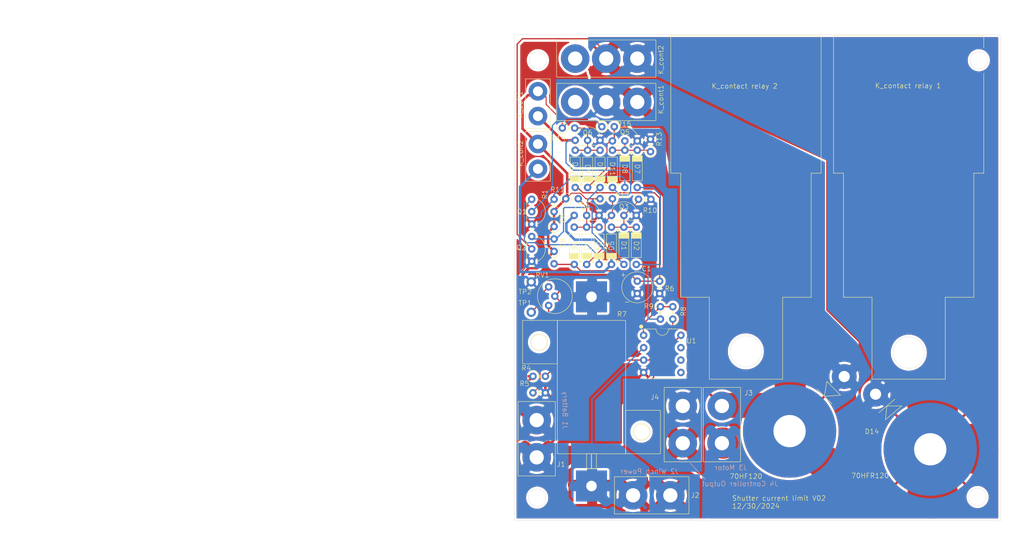
<source format=kicad_pcb>
(kicad_pcb (version 20240108) (generator "pcbnew") (generator_version "8.0")
  (layers (0 "F.Cu" signal) (31 "B.Cu" signal) (34 "B.Paste" user) (35 "F.Paste" user) (36 "B.SilkS" user "B.Silkscreen") (37 "F.SilkS" user "F.Silkscreen") (38 "B.Mask" user) (39 "F.Mask" user) (44 "Edge.Cuts" user))
  (net 0 "")
  (net 1 "Earth")
  (net 2 "POR")
  (net 3 "Net-(D1-K)")
  (net 4 "Net-(D1-A)")
  (net 5 "Net-(D2-A)")
  (net 6 "Net-(D3-A)")
  (net 7 "Net-(D3-K)")
  (net 8 "Net-(D4-K)")
  (net 9 "Net-(D5-K)")
  (net 10 "Net-(D11-A)")
  (net 11 "Net-(D9-K)")
  (net 12 "Net-(D10-A)")
  (net 13 "Net-(D11-K)")
  (net 14 "Net-(D13-K)")
  (net 15 "+12")
  (net 16 "Net-(U1-+)")
  (net 17 "Net-(R5-Pad1)")
  (net 18 "Net-(R4-Pad2)")
  (net 19 "Net-(D14-A)")
  (net 22 "Net-(J2-Neg)")
  (net 23 "Net-(R8-Pad2)")
  (net 24 "K2 NC")
  (net 25 "K1 NC")
  (footprint "Shutter_current_limit_parts:1N4001" (layer "F.Cu") (at 77.8764 90.3962)
    (property "Reference" "D1")
    (property "Value" "1N4001")
  )
  (footprint "Shutter_current_limit_parts:Resistor verticle" (layer "F.Cu") (at 85.1848 97.6352 -90)
    (property "Reference" "R6")
    (property "Value" "100K")
  )
  (footprint "Shutter_current_limit_parts:BS170" (layer "F.Cu") (at 77.8764 84.1732 90)
    (property "Reference" "Q3")
    (property "Value" "BS170")
  )
  (footprint "Shutter_current_limit_parts:LM358" (layer "F.Cu") (at 85.725 112.522)
    (property "Reference" "U1")
    (property "Value" "~")
  )
  (footprint "Shutter_current_limit_parts:Test Point" (layer "F.Cu") (at 58.928 97.79)
    (property "Reference" "TP2")
    (property "Value" "~")
  )
  (footprint "Shutter_current_limit_parts:Resistor verticle" (layer "F.Cu") (at 59.2768 117.1092)
    (property "Reference" "R4")
    (property "Value" "1.8K")
  )
  (footprint "Shutter_current_limit_parts:1N4001" (layer "F.Cu") (at 78.0728 74.6482)
    (property "Reference" "D8")
    (property "Value" "1N4001")
  )
  (footprint "Shutter_current_limit_parts:Resistor verticle" (layer "F.Cu") (at 72.9865 80.772)
    (property "Reference" "R12")
    (property "Value" "10K")
  )
  (footprint "Shutter_current_limit_parts:Conn_01x02_PWR" (layer "F.Cu") (at 89.916 127)
    (property "Reference" "J4")
    (property "Value" "~")
  )
  (footprint "Shutter_current_limit_parts:RLY_Conn_01x03" (layer "F.Cu") (at 74.2628 52.0744 90)
    (property "Reference" "K_cont2")
    (property "Value" "~")
  )
  (footprint "Shutter_current_limit_parts:1N4001" (layer "F.Cu") (at 70.2564 90.3962 180)
    (property "Reference" "D3")
    (property "Value" "1N4001")
  )
  (footprint "Shutter_current_limit_parts:Test Point" (layer "F.Cu") (at 58.928 103.997)
    (property "Reference" "TP1")
    (property "Value" "~")
  )
  (footprint "Shutter_current_limit_parts:Resistor verticle" (layer "F.Cu") (at 85.344 102.87 -90)
    (property "Reference" "R9")
    (property "Value" "10K")
  )
  (footprint "Shutter_current_limit_parts:Resistor verticle" (layer "F.Cu") (at 83.312 71.12 90)
    (property "Reference" "R13")
    (property "Value" "10K")
  )
  (footprint "Shutter_current_limit_parts:1N4001" (layer "F.Cu") (at 67.7164 90.3962 180)
    (property "Reference" "D6")
    (property "Value" "1N4001")
  )
  (footprint "Shutter_current_limit_parts:Resistor_0.10_ohm_25W" (layer "F.Cu") (at 71.247 119.253 90)
    (property "Reference" "R7")
    (property "Value" "0.1 ohm 25W")
  )
  (footprint "Shutter_current_limit_parts:1N4001" (layer "F.Cu") (at 70.4528 74.6482 180)
    (property "Reference" "D9")
    (property "Value" "1N4001")
  )
  (footprint "Shutter_current_limit_parts:1N4001" (layer "F.Cu") (at 80.6128 74.6482)
    (property "Reference" "D7")
    (property "Value" "1N4001")
  )
  (footprint "Shutter_current_limit_parts:Resistor verticle" (layer "F.Cu") (at 87.884 105.41 90)
    (property "Reference" "R8")
    (property "Value" "30K")
  )
  (footprint "Shutter_current_limit_parts:POT" (layer "F.Cu") (at 63.754 100.711)
    (property "Reference" "RV1")
    (property "Value" "100 Ohm")
  )
  (footprint "Shutter_current_limit_parts:BS170" (layer "F.Cu") (at 59.0228 91.0312)
    (property "Reference" "Q2")
    (property "Value" "BS170")
  )
  (footprint "Shutter_current_limit_parts:Resistor verticle" (layer "F.Cu") (at 63.5948 83.4112 90)
    (property "Reference" "R1")
    (property "Value" "10K")
  )
  (footprint "Shutter_current_limit_parts:K_coil" (layer "F.Cu") (at 60.2928 72.1082)
    (property "Reference" "K_coil2")
    (property "Value" "~")
  )
  (footprint "Shutter_current_limit_parts:Resistor verticle" (layer "F.Cu") (at 63.5948 91.5392 -90)
    (property "Reference" "R3")
    (property "Value" "20K")
  )
  (footprint "Shutter_current_limit_parts:1N4001" (layer "F.Cu") (at 67.9128 74.6482 180)
    (property "Reference" "D12")
    (property "Value" "1N4001")
  )
  (footprint "Shutter_current_limit_parts:1N4001" (layer "F.Cu") (at 72.9928 74.6482 180)
    (property "Reference" "D10")
    (property "Value" "1N4001")
  )
  (footprint "Shutter_current_limit_parts:diode_70HFR120" (layer "F.Cu") (at 140.6525 132.08)
    (property "Reference" "D14")
    (property "Value" "70HFR120")
  )
  (footprint "Shutter_current_limit_parts:1N4001" (layer "F.Cu") (at 72.7964 90.3962 180)
    (property "Reference" "D4")
    (property "Value" "1N4001")
  )
  (footprint "Shutter_current_limit_parts:1N4001" (layer "F.Cu") (at 80.4164 90.3962)
    (property "Reference" "D2")
    (property "Value" "1N4001")
  )
  (footprint "Shutter_current_limit_parts:K_coil" (layer "F.Cu") (at 60.2928 61.3132)
    (property "Reference" "K_coil1")
    (property "Value" "~")
  )
  (footprint "Shutter_current_limit_parts:100Uf 35V" (layer "F.Cu") (at 80.6128 98.9052)
    (property "Reference" "C1")
    (property "Value" "100uf")
  )
  (footprint "Shutter_current_limit_parts:Resistor verticle" (layer "F.Cu") (at 66.0015 80.772)
    (property "Reference" "R11")
    (property "Value" "100K")
  )
  (footprint "Shutter_current_limit_parts:Resistor verticle" (layer "F.Cu") (at 65.278 66.294)
    (property "Reference" "R14")
    (property "Value" "100K")
  )
  (footprint "Shutter_current_limit_parts:Resistor verticle" (layer "F.Cu") (at 73.3675 66.0146)
    (property "Reference" "R15")
    (property "Value" "10K")
  )
  (footprint "Shutter_current_limit_parts:BS170" (layer "F.Cu") (at 70.2564 84.1732 90)
    (property "Reference" "Q4")
    (property "Value" "BS170")
  )
  (footprint "Shutter_current_limit_parts:Resistor verticle" (layer "F.Cu") (at 80.8668 80.8712)
    (property "Reference" "R10")
    (property "Value" "10K")
  )
  (footprint "Shutter_current_limit_parts:Conn_01x02_PWR" (layer "F.Cu") (at 60.0388 129.8932 180)
    (property "Reference" "J1")
    (property "Value" "~")
  )
  (footprint "Shutter_current_limit_parts:Conn_01x02_PWR" (layer "F.Cu") (at 83.56 141.478 -90)
    (property "Reference" "J2")
    (property "Value" "~")
  )
  (footprint "Shutter_current_limit_parts:BS170" (layer "F.Cu") (at 78.0728 68.9332 90)
    (property "Reference" "Q5")
    (property "Value" "BS170")
  )
  (footprint "Shutter_current_limit_parts:1N4001" (layer "F.Cu") (at 75.5328 74.6482 180)
    (property "Reference" "D11")
    (property "Value" "1N4001")
  )
  (footprint "Shutter_current_limit_parts:Resistor verticle" (layer "F.Cu") (at 63.5948 86.4592 -90)
    (property "Reference" "R2")
    (property "Value" "10K")
  )
  (footprint "Shutter_current_limit_parts:BS170" (layer "F.Cu") (at 59.0228 83.4112)
    (property "Reference" "Q1")
    (property "Value" "BS170")
  )
  (footprint "Shutter_current_limit_parts:Conn_01x02_PWR" (layer "F.Cu") (at 97.917 127)
    (property "Reference" "J3")
    (property "Value" "~")
  )
  (footprint "Shutter_current_limit_parts:BS170" (layer "F.Cu") (at 70.4528 68.805334 90)
    (property "Reference" "Q6")
    (property "Value" "BS170")
  )
  (footprint "Shutter_current_limit_parts:1N4001" (layer "F.Cu") (at 75.3364 90.3962 180)
    (property "Reference" "D5")
    (property "Value" "1N4001")
  )
  (footprint "Shutter_current_limit_parts:RLY_Conn_01x03" (layer "F.Cu") (at 74.2628 60.96 90)
    (property "Reference" "K_cont1")
    (property "Value" "~")
  )
  (footprint "Shutter_current_limit_parts:Resistor verticle" (layer "F.Cu") (at 59.2768 120.4952)
    (property "Reference" "R5")
    (property "Value" "220 ohm")
  )
  (footprint "Shutter_current_limit_parts:diode_70HF120" (layer "F.Cu") (at 111.76 128.3335)
    (property "Reference" "D13" (hide yes))
    (property "Value" "70HF120")
  )
  (gr_line (start 94.488 138.176) (end 91.44 134.874) (stroke (width 0.1)) (layer "B.SilkS"))
  (gr_line (start 128.6188 117.7012) (end 128.6188 100.9372) (stroke (width 0.1)) (layer "F.SilkS"))
  (gr_line (start 89.5028 100.9372) (end 89.5028 75.5372) (stroke (width 0.1)) (layer "F.SilkS"))
  (gr_line (start 122.7768 75.5372) (end 120.7448 75.5372) (stroke (width 0.1)) (layer "F.SilkS"))
  (gr_line (start 110.3308 100.9372) (end 110.3308 117.7012) (stroke (width 0.1)) (layer "F.SilkS"))
  (gr_line (start 128.6188 100.9372) (end 122.7768 100.9372) (stroke (width 0.1)) (layer "F.SilkS"))
  (gr_line (start 151.4788 75.5372) (end 151.4788 55.0648) (stroke (width 0.1)) (layer "F.SilkS"))
  (gr_line (start 116.1728 100.9372) (end 110.3308 100.9372) (stroke (width 0.1)) (layer "F.SilkS"))
  (gr_line (start 122.7768 100.9372) (end 122.7768 75.5372) (stroke (width 0.1)) (layer "F.SilkS"))
  (gr_line (start 151.4788 47.3432) (end 151.4788 49.8324) (stroke (width 0.1)) (layer "F.SilkS"))
  (gr_line (start 149.4468 100.9372) (end 143.6048 100.9372) (stroke (width 0.1)) (layer "F.SilkS"))
  (gr_line (start 95.3448 117.7012) (end 95.3448 100.9372) (stroke (width 0.1)) (layer "F.SilkS"))
  (gr_line (start 95.3448 100.9372) (end 89.5028 100.9372) (stroke (width 0.1)) (layer "F.SilkS"))
  (gr_line (start 120.7448 75.5372) (end 120.7448 47.3432) (stroke (width 0.1)) (layer "F.SilkS"))
  (gr_line (start 120.7448 47.3432) (end 151.4788 47.3432) (stroke (width 0.1)) (layer "F.SilkS"))
  (gr_line (start 87.4708 47.3432) (end 118.2048 47.3432) (stroke (width 0.1)) (layer "F.SilkS"))
  (gr_line (start 118.2048 47.3432) (end 118.2048 75.5372) (stroke (width 0.1)) (layer "F.SilkS"))
  (gr_line (start 89.5028 75.5372) (end 87.4708 75.5372) (stroke (width 0.1)) (layer "F.SilkS"))
  (gr_line (start 149.4468 75.5372) (end 149.4468 100.9372) (stroke (width 0.1)) (layer "F.SilkS"))
  (gr_line (start 151.4788 75.5372) (end 149.4468 75.5372) (stroke (width 0.1)) (layer "F.SilkS"))
  (gr_line (start 87.4708 75.5372) (end 87.4708 47.3432) (stroke (width 0.1)) (layer "F.SilkS"))
  (gr_line (start 143.6048 100.9372) (end 143.6048 117.7012) (stroke (width 0.1)) (layer "F.SilkS"))
  (gr_line (start 143.6048 117.7012) (end 128.6188 117.7012) (stroke (width 0.1)) (layer "F.SilkS"))
  (gr_line (start 118.2048 75.5372) (end 116.1728 75.5372) (stroke (width 0.1)) (layer "F.SilkS"))
  (gr_line (start 116.1728 75.5372) (end 116.1728 100.9372) (stroke (width 0.1)) (layer "F.SilkS"))
  (gr_line (start 110.3308 117.7012) (end 95.3448 117.7012) (stroke (width 0.1)) (layer "F.SilkS"))
  (gr_circle (center 136.144 112.268) (end 139.3444 112.268) (stroke (width 0.05)) (fill none) (layer "Edge.Cuts"))
  (gr_circle (center 60.2928 52.4232) (end 62.0708 52.4232) (stroke (width 0.05)) (fill none) (layer "Edge.Cuts"))
  (gr_circle (center 60.1404 141.9582) (end 61.9184 141.9582) (stroke (width 0.05)) (fill none) (layer "Edge.Cuts"))
  (gr_circle (center 102.8192 112.014) (end 106.0196 112.014) (stroke (width 0.05)) (fill none) (layer "Edge.Cuts"))
  (gr_circle (center 150.4628 52.4232) (end 152.2408 52.4232) (stroke (width 0.05)) (fill none) (layer "Edge.Cuts"))
  (gr_circle (center 81.483925 128.4478) (end 83.261925 128.4986) (stroke (width 0.05)) (fill none) (layer "Edge.Cuts"))
  (gr_circle (center 60.5282 110.1344) (end 62.3062 110.1344) (stroke (width 0.05)) (fill none) (layer "Edge.Cuts"))
  (gr_rect (start 55.4228 47.1932) (end 154.9228 146.6932) (stroke (width 0.05)) (fill none) (layer "Edge.Cuts"))
  (gr_circle (center 150.2088 141.8312) (end 151.9868 141.8312) (stroke (width 0.05)) (fill none) (layer "Edge.Cuts"))
  (gr_text "J1 Battery" (at 65.278 128.016 270) (layer "B.SilkS") (effects (font (size 1 1) (thickness 0.1)) (justify left bottom mirror)))
  (gr_text "J3 Motor" (at 103.124 136.398 0) (layer "B.SilkS") (effects (font (size 1 1) (thickness 0.1)) (justify left bottom mirror)))
  (gr_text "J2 Winch Power" (at 89.154 137.16 0) (layer "B.SilkS") (effects (font (size 1 1) (thickness 0.1)) (justify left bottom mirror)))
  (gr_text "J4 Controller Output" (at 109.474 139.7 0) (layer "B.SilkS") (effects (font (size 1 1) (thickness 0.1)) (justify left bottom mirror)))
  (gr_text "K_contact relay 1" (at 129.1844 58.2168 0) (layer "F.SilkS") (effects (font (size 1 1) (thickness 0.1)) (justify left bottom)))
  (gr_text "70HF120" (at 99.441 138.176 0) (layer "F.SilkS") (effects (font (size 1 1) (thickness 0.1)) (justify left bottom)))
  (gr_text "70HFR120\n" (at 124.333 138.049 0) (layer "F.SilkS") (effects (font (size 1 1) (thickness 0.1)) (justify left bottom)))
  (gr_text "K_contact relay 2" (at 95.758 58.293 0) (layer "F.SilkS") (effects (font (size 1 1) (thickness 0.1)) (justify left bottom)))
  (gr_text "Shutter current limit V02\n12/30/2024" (at 99.949 144.272 0) (layer "F.SilkS") (effects (font (size 1 1) (thickness 0.1)) (justify left bottom)))
  (segment (start 60.0988 126.0832) (end 60.198 125.984) (width 0.508) (layer "F.Cu") (net 1))
  (segment (start 58.6462 126.0832) (end 60.0388 126.0832) (width 0.2) (layer "F.Cu") (net 1))
  (segment (start 60.0388 126.0832) (end 59.2812 126.0832) (width 2.032) (layer "F.Cu") (net 1))
  (segment (start 60.706 87.63) (end 60.706 92.202) (width 0.2) (layer "F.Cu") (net 1))
  (segment (start 60.706 87.63) (end 60.7016 87.63) (width 0.2) (layer "F.Cu") (net 1))
  (segment (start 59.3368 93.5712) (end 60.706 92.202) (width 0.2) (layer "F.Cu") (net 1))
  (segment (start 56.261 96.333) (end 56.261 123.698) (width 0.2) (layer "F.Cu") (net 1))
  (segment (start 56.261 123.698) (end 58.6462 126.0832) (width 0.2) (layer "F.Cu") (net 1))
  (segment (start 60.0388 126.0832) (end 60.0388 126.1432) (width 2.032) (layer "F.Cu") (net 1))
  (segment (start 62.0752 120.4952) (end 62.738 121.158) (width 0.508) (layer "F.Cu") (net 1))
  (segment (start 60.7016 87.63) (end 59.0228 85.9512) (width 0.2) (layer "F.Cu") (net 1))
  (segment (start 60.0388 126.0832) (end 60.0988 126.0832) (width 0.508) (layer "F.Cu") (net 1))
  (segment (start 81.1808 68.9332) (end 80.6128 68.9332) (width 0.254) (layer "F.Cu") (net 1))
  (segment (start 61.8168 120.4952) (end 61.8168 119.2208) (width 0.508) (layer "F.Cu") (net 1))
  (segment (start 61.8168 119.2208) (end 61.722 119.126) (width 0.508) (layer "F.Cu") (net 1))
  (segment (start 59.2812 126.0832) (end 57.404 124.206) (width 2.032) (layer "F.Cu") (net 1))
  (segment (start 60.0388 126.1432) (end 57.658 128.524) (width 2.032) (layer "F.Cu") (net 1))
  (segment (start 59.0228 93.5712) (end 56.261 96.333) (width 0.2) (layer "F.Cu") (net 1))
  (segment (start 61.8168 120.4952) (end 62.0752 120.4952) (width 0.508) (layer "F.Cu") (net 1))
  (segment (start 59.0228 93.5712) (end 59.3368 93.5712) (width 0.2) (layer "F.Cu") (net 1))
  (segment (start 62.611 123.511) (end 62.611 123.444) (width 2.032) (layer "B.Cu") (net 1))
  (segment (start 71.374 100.9015) (end 67.6275 100.9015) (width 2.032) (layer "B.Cu") (net 1))
  (segment (start 71.374 100.9015) (end 75.2475 100.9015) (width 2.032) (layer "B.Cu") (net 1))
  (segment (start 79.121 98.6834) (end 79.121 93.218) (width 0.2) (layer "B.Cu") (net 1))
  (segment (start 58.928 97.79) (end 59.8805 96.8375) (width 0.508) (layer "B.Cu") (net 1))
  (segment (start 60.0388 126.0832) (end 60.0388 126.0788) (width 2.032) (layer "B.Cu") (net 1))
  (segment (start 60.0388 126.0832) (end 62.6066 128.651) (width 2.032) (layer "B.Cu") (net 1))
  (segment (start 59.9718 126.0832) (end 57.531 128.524) (width 2.032) (layer "B.Cu") (net 1))
  (segment (start 60.0388 126.0832) (end 62.611 123.511) (width 2.032) (layer "B.Cu") (net 1))
  (segment (start 79.121 93.218) (end 82.423 89.916) (width 0.2) (layer "B.Cu") (net 1))
  (segment (start 71.374 100.9015) (end 71.374 97.536) (width 2.032) (layer "B.Cu") (net 1))
  (segment (start 60.0388 126.0832) (end 59.9718 126.0832) (width 0.2) (layer "B.Cu") (net 1))
  (segment (start 60.0388 126.0788) (end 57.658 123.698) (width 2.032) (layer "B.Cu") (net 1))
  (segment (start 82.423 86.1798) (end 80.4164 84.1732) (width 0.2) (layer "B.Cu") (net 1))
  (segment (start 82.423 89.916) (end 82.423 86.1798) (width 0.2) (layer "B.Cu") (net 1))
  (segment (start 71.374 100.9015) (end 71.374 104.521) (width 2.032) (layer "B.Cu") (net 1))
  (segment (start 80.6128 100.1752) (end 79.121 98.6834) (width 0.2) (layer "B.Cu") (net 1))
  (segment (start 75.2475 100.9015) (end 75.311 100.838) (width 2.032) (layer "B.Cu") (net 1))
  (segment (start 63.7218 94.2062) (end 63.5948 94.0792) (width 0.254) (layer "F.Cu") (net 2))
  (segment (start 85.1848 97.6352) (end 85.1848 80.6128) (width 0.254) (layer "F.Cu") (net 2))
  (segment (start 67.7164 94.2062) (end 63.7218 94.2062) (width 0.254) (layer "F.Cu") (net 2))
  (segment (start 85.1848 97.6352) (end 80.6128 97.6352) (width 0.254) (layer "F.Cu") (net 2))
  (segment (start 69.48307 79.5472) (end 68.39407 78.4582) (width 0.254) (layer "F.Cu") (net 2))
  (segment (start 68.39407 78.4582) (end 67.9128 78.4582) (width 0.254) (layer "F.Cu") (net 2))
  (segment (start 78.486 95.504) (end 69.0142 95.504) (width 0.254) (layer "F.Cu") (net 2))
  (segment (start 85.1848 80.6128) (end 84.1192 79.5472) (width 0.254) (layer "F.Cu") (net 2))
  (segment (start 84.1192 79.5472) (end 69.48307 79.5472) (width 0.254) (layer "F.Cu") (net 2))
  (segment (start 78.486 95.5084) (end 78.486 95.504) (width 0.254) (layer "F.Cu") (net 2))
  (segment (start 80.6128 97.6352) (end 78.486 95.5084) (width 0.254) (layer "F.Cu") (net 2))
  (segment (start 69.0142 95.504) (end 67.7164 94.2062) (width 0.254) (layer "F.Cu") (net 2))
  (segment (start 77.8764 86.5862) (end 77.8764 84.1732) (width 0.2) (layer "F.Cu") (net 3))
  (segment (start 75.3364 86.5862) (end 80.4164 86.5862) (width 0.2) (layer "F.Cu") (net 3))
  (segment (start 80.8668 81.3792) (end 80.8668 80.8712) (width 0.2) (layer "F.Cu") (net 3))
  (segment (start 77.8764 84.1732) (end 80.6704 81.3792) (width 0.2) (layer "F.Cu") (net 3))
  (segment (start 77.8764 94.2062) (end 71.374 87.7038) (width 0.254) (layer "B.Cu") (net 4))
  (segment (start 70.4596 80.9914) (end 72.9928 78.4582) (width 0.254) (layer "B.Cu") (net 4))
  (segment (start 70.358 82.55) (end 70.4596 82.4484) (width 0.254) (layer "B.Cu") (net 4))
  (segment (start 63.5948 88.9992) (end 63.985 88.9992) (width 0.254) (layer "B.Cu") (net 4))
  (segment (start 65.7606 82.55) (end 70.358 82.55) (width 0.254) (layer "B.Cu") (net 4))
  (segment (start 58.928 88.519) (end 59.4082 88.9992) (width 0.254) (layer "B.Cu") (net 4))
  (segment (start 70.4596 82.4484) (end 70.4596 80.9914) (width 0.254) (layer "B.Cu") (net 4))
  (segment (start 71.374 87.7038) (end 71.374 82.55) (width 0.254) (layer "B.Cu") (net 4))
  (segment (start 71.2724 82.4484) (end 70.4596 82.4484) (width 0.254) (layer "B.Cu") (net 4))
  (segment (start 59.4082 88.9992) (end 63.5948 88.9992) (width 0.254) (layer "B.Cu") (net 4))
  (segment (start 65.532 82.7786) (end 65.7606 82.55) (width 0.254) (layer "B.Cu") (net 4))
  (segment (start 58.9558 88.4912) (end 58.928 88.519) (width 0.254) (layer "B.Cu") (net 4))
  (segment (start 65.532 87.4522) (end 65.532 82.7786) (width 0.254) (layer "B.Cu") (net 4))
  (segment (start 63.985 88.9992) (end 65.532 87.4522) (width 0.254) (layer "B.Cu") (net 4))
  (segment (start 71.374 82.55) (end 71.2724 82.4484) (width 0.254) (layer "B.Cu") (net 4))
  (segment (start 59.0228 88.4912) (end 58.9558 88.4912) (width 0.254) (layer "B.Cu") (net 4))
  (segment (start 85.344 94.234) (end 85.344 80.01) (width 0.254) (layer "B.Cu") (net 5))
  (segment (start 82.804 94.234) (end 85.344 94.234) (width 0.254) (layer "B.Cu") (net 5))
  (segment (start 83.7922 78.4582) (end 80.6128 78.4582) (width 0.254) (layer "B.Cu") (net 5))
  (segment (start 80.4164 94.2062) (end 82.7762 94.2062) (width 0.254) (layer "B.Cu") (net 5))
  (segment (start 85.344 80.01) (end 83.7922 78.4582) (width 0.254) (layer "B.Cu") (net 5))
  (segment (start 82.804 105.41) (end 85.344 105.41) (width 0.254) (layer "B.Cu") (net 5))
  (segment (start 82.7762 94.2062) (end 82.804 94.234) (width 0.254) (layer "B.Cu") (net 5))
  (segment (start 82.804 94.234) (end 82.804 105.41) (width 0.254) (layer "B.Cu") (net 5))
  (segment (start 70.2564 84.1732) (end 70.2564 82.4869) (width 0.2) (layer "F.Cu") (net 6))
  (segment (start 70.2564 86.5862) (end 70.2564 84.1732) (width 0.2) (layer "F.Cu") (net 6))
  (segment (start 67.7164 86.5862) (end 72.7964 86.5862) (width 0.2) (layer "F.Cu") (net 6))
  (segment (start 70.2564 82.4869) (end 68.5415 80.772) (width 0.2) (layer "F.Cu") (net 6))
  (segment (start 75.3364 84.1732) (end 74.041 85.4686) (width 0.2) (layer "F.Cu") (net 7))
  (segment (start 74.041 85.4686) (end 74.041 90.4216) (width 0.2) (layer "F.Cu") (net 7))
  (segment (start 75.5265 80.772) (end 75.5265 83.9831) (width 0.2) (layer "F.Cu") (net 7))
  (segment (start 74.041 90.4216) (end 70.2564 94.2062) (width 0.2) (layer "F.Cu") (net 7))
  (segment (start 75.5328 81.1252) (end 75.7868 80.8712) (width 0.2) (layer "F.Cu") (net 7))
  (segment (start 75.5265 83.9831) (end 75.3364 84.1732) (width 0.2) (layer "F.Cu") (net 7))
  (segment (start 78.0918 78.4582) (end 78.1 78.45) (width 0.254) (layer "F.Cu") (net 8))
  (segment (start 78.0728 78.4582) (end 78.0918 78.4582) (width 0.254) (layer "F.Cu") (net 8))
  (segment (start 78.0728 76.8028) (end 77.47 76.2) (width 0.254) (layer "B.Cu") (net 8))
  (segment (start 60.96 84.2772) (end 60.579 84.6582) (width 0.254) (layer "B.Cu") (net 8))
  (segment (start 60.579 84.6582) (end 57.785 84.6582) (width 0.254) (layer "B.Cu") (net 8))
  (segment (start 57.5564 81.661) (end 58.233 81.661) (width 0.254) (layer "B.Cu") (net 8))
  (segment (start 58.233 81.661) (end 59.0228 80.8712) (width 0.254) (layer "B.Cu") (net 8))
  (segment (start 67.31 76.2) (end 63.5 80.01) (width 0.254) (layer "B.Cu") (net 8))
  (segment (start 57.4548 81.7626) (end 57.5564 81.661) (width 0.254) (layer "B.Cu") (net 8))
  (segment (start 70.358 90.17) (end 72.7964 92.6084) (width 0.254) (layer "B.Cu") (net 8))
  (segment (start 78.0728 78.4582) (end 78.0728 76.8028) (width 0.254) (layer "B.Cu") (net 8))
  (segment (start 63.5948 80.1048) (end 63.5948 80.8712) (width 0.254) (layer "B.Cu") (net 8))
  (segment (start 60.3758 90.17) (end 70.358 90.17) (width 0.254) (layer "B.Cu") (net 8))
  (segment (start 57.531 84.4042) (end 57.4802 84.3534) (width 0.254) (layer "B.Cu") (net 8))
  (segment (start 57.531 89.3064) (end 57.531 84.4042) (width 0.254) (layer "B.Cu") (net 8))
  (segment (start 59.9694 89.7636) (end 57.9882 89.7636) (width 0.254) (layer "B.Cu") (net 8))
  (segment (start 77.47 76.2) (end 67.31 76.2) (width 0.254) (layer "B.Cu") (net 8))
  (segment (start 59.9694 89.7636) (end 60.3758 90.17) (width 0.254) (layer "B.Cu") (net 8))
  (segment (start 57.785 84.6582) (end 57.4802 84.3534) (width 0.254) (layer "B.Cu") (net 8))
  (segment (start 63.5948 80.8712) (end 60.96 83.506) (width 0.254) (layer "B.Cu") (net 8))
  (segment (start 72.7964 92.6084) (end 72.7964 94.2062) (width 0.254) (layer "B.Cu") (net 8))
  (segment (start 57.4802 81.788) (end 57.4548 81.7626) (width 0.254) (layer "B.Cu") (net 8))
  (segment (start 57.9882 89.7636) (end 57.531 89.3064) (width 0.254) (layer "B.Cu") (net 8))
  (segment (start 60.96 83.506) (end 60.96 84.2772) (width 0.254) (layer "B.Cu") (net 8))
  (segment (start 57.4802 84.3534) (end 57.4802 81.788) (width 0.254) (layer "B.Cu") (net 8))
  (segment (start 63.5 80.01) (end 63.5948 80.1048) (width 0.254) (layer "B.Cu") (net 8))
  (segment (start 67.7164 84.1732) (end 66.113 85.7766) (width 0.508) (layer "B.Cu") (net 9))
  (segment (start 56.642 95.758) (end 73.7846 95.758) (width 0.508) (layer "B.Cu") (net 9))
  (segment (start 73.7846 95.758) (end 75.3364 94.2062) (width 0.508) (layer "B.Cu") (net 9))
  (segment (start 66.113 87.449) (end 67.818 89.154) (width 0.508) (layer "B.Cu") (net 9))
  (segment (start 66.113 85.7766) (end 66.113 87.449) (width 0.508) (layer "B.Cu") (net 9))
  (segment (start 56.642 78.299) (end 56.642 95.758) (width 0.508) (layer "B.Cu") (net 9))
  (segment (start 75.3364 92.6084) (end 75.3364 94.2062) (width 0.508) (layer "B.Cu") (net 9))
  (segment (start 60.2928 74.6482) (end 56.642 78.299) (width 0.508) (layer "B.Cu") (net 9))
  (segment (start 67.818 89.154) (end 71.882 89.154) (width 0.508) (layer "B.Cu") (net 9))
  (segment (start 71.882 89.154) (end 75.3364 92.6084) (width 0.508) (layer "B.Cu") (net 9))
  (segment (start 78.0728 70.8382) (end 78.0728 68.9332) (width 0.2) (layer "F.Cu") (net 10))
  (segment (start 75.5328 70.8382) (end 80.6128 70.8382) (width 0.2) (layer "F.Cu") (net 10))
  (segment (start 80.6128 70.8382) (end 83.0302 70.8382) (width 0.2) (layer "F.Cu") (net 10))
  (segment (start 83.0302 70.8382) (end 83.312 71.12) (width 0.2) (layer "F.Cu") (net 10))
  (segment (start 75.0848 68.9332) (end 74.422 69.596) (width 0.2) (layer "F.Cu") (net 11))
  (segment (start 75.4336 68.834) (end 75.184 68.834) (width 0.2) (layer "F.Cu") (net 11))
  (segment (start 75.378 69.088) (end 75.5328 68.9332) (width 0.2) (layer "F.Cu") (net 11))
  (segment (start 75.5328 68.9332) (end 75.0848 68.9332) (width 0.2) (layer "F.Cu") (net 11))
  (segment (start 75.9075 68.5585) (end 75.5328 68.9332) (width 0.254) (layer "F.Cu") (net 11))
  (segment (start 75.9075 66.0146) (end 75.9075 68.5585) (width 0.254) (layer "F.Cu") (net 11))
  (segment (start 74.422 69.596) (end 74.422 74.489) (width 0.2) (layer "F.Cu") (net 11))
  (segment (start 75.378 69.088) (end 75.184 69.088) (width 0.2) (layer "F.Cu") (net 11))
  (segment (start 75.4336 68.834) (end 75.5328 68.9332) (width 0.2) (layer "F.Cu") (net 11))
  (segment (start 74.422 74.489) (end 70.4528 78.4582) (width 0.2) (layer "F.Cu") (net 11))
  (segment (start 75.5328 68.9332) (end 74.8308 68.9332) (width 0.2) (layer "F.Cu") (net 11))
  (segment (start 69.8456 66.294) (end 67.818 66.294) (width 0.2) (layer "F.Cu") (net 12))
  (segment (start 67.9128 70.8382) (end 72.9928 70.8382) (width 0.2) (layer "F.Cu") (net 12))
  (segment (start 70.4528 70.8382) (end 70.4528 68.805334) (width 0.2) (layer "F.Cu") (net 12))
  (segment (start 70.4528 68.805334) (end 70.4528 66.9012) (width 0.2) (layer "F.Cu") (net 12))
  (segment (start 70.4528 66.9012) (end 69.8456 66.294) (width 0.2) (layer "F.Cu") (net 12))
  (segment (start 65.244934 68.805334) (end 67.9128 68.805334) (width 0.508) (layer "F.Cu") (net 13))
  (segment (start 60.2928 63.8532) (end 65.244934 68.805334) (width 0.508) (layer "F.Cu") (net 13))
  (segment (start 76.962 79.8874) (end 76.962 80.01) (width 0.254) (layer "B.Cu") (net 13))
  (segment (start 75.5328 78.4582) (end 76.962 79.8874) (width 0.254) (layer "B.Cu") (net 13))
  (segment (start 79.248 75.692) (end 78.486 74.93) (width 0.254) (layer "B.Cu") (net 13))
  (segment (start 78.74 80.01) (end 79.248 79.502) (width 0.254) (layer "B.Cu") (net 13))
  (segment (start 76.962 80.01) (end 78.74 80.01) (width 0.254) (layer "B.Cu") (net 13))
  (segment (start 67.564 74.93) (end 66.04 73.406) (width 0.254) (layer "B.Cu") (net 13))
  (segment (start 66.04 73.406) (end 66.04 69.342) (width 0.254) (layer "B.Cu") (net 13))
  (segment (start 66.576666 68.805334) (end 67.9128 68.805334) (width 0.254) (layer "B.Cu") (net 13))
  (segment (start 78.486 74.93) (end 67.564 74.93) (width 0.254) (layer "B.Cu") (net 13))
  (segment (start 79.248 79.502) (end 79.248 75.692) (width 0.254) (layer "B.Cu") (net 13))
  (segment (start 66.04 69.342) (end 66.576666 68.805334) (width 0.254) (layer "B.Cu") (net 13))
  (segment (start 111.9505 128.3335) (end 109.8804 126.2634) (width 6.35) (layer "F.Cu") (net 14))
  (segment (start 80.6128 60.96) (end 80.645 60.96) (width 2.032) (layer "F.Cu") (net 14))
  (segment (start 80.6128 60.96) (end 80.6128 61.0548) (width 2.032) (layer "F.Cu") (net 14))
  (segment (start 80.6128 61.0548) (end 83.058 63.5) (width 2.032) (layer "F.Cu") (net 14))
  (segment (start 111.76 128.3335) (end 106.4895 123.063) (width 5.08) (layer "F.Cu") (net 14))
  (segment (start 111.9505 128.3335) (end 109.474 130.81) (width 6.35) (layer "F.Cu") (net 14))
  (segment (start 80.518 60.96) (end 78.359 58.801) (width 2.032) (layer "F.Cu") (net 14))
  (segment (start 118.364 134.747) (end 119.634 134.747) (width 6.35) (layer "F.Cu") (net 14))
  (segment (start 111.9505 128.3335) (end 111.887 128.27) (width 6.35) (layer "F.Cu") (net 14))
  (segment (start 111.887 128.27) (end 111.887 117.729) (width 6.35) (layer "F.Cu") (net 14))
  (segment (start 111.9505 127.1905) (end 112.014 127.127) (width 10.16) (layer "F.Cu") (net 14))
  (segment (start 111.9505 128.3335) (end 111.9505 127.1905) (width 10.16) (layer "F.Cu") (net 14))
  (segment (start 80.6128 60.96) (end 80.518 60.96) (width 2.032) (layer "F.Cu") (net 14))
  (segment (start 80.645 60.96) (end 83.185 58.42) (width 2.032) (layer "F.Cu") (net 14))
  (segment (start 80.6128 60.96) (end 80.6128 60.9922) (width 2.032) (layer "F.Cu") (net 14))
  (segment (start 111.9505 128.3335) (end 118.364 134.747) (width 6.35) (layer "F.Cu") (net 14))
  (segment (start 106.4895 123.063) (end 97.917 123.063) (width 5.08) (layer "F.Cu") (net 14))
  (segment (start 80.6128 60.9922) (end 77.851 63.754) (width 2.032) (layer "F.Cu") (net 14))
  (segment (start 98.044 123.19) (end 98.044 123.444) (width 2.032) (layer "B.Cu") (net 14))
  (segment (start 97.917 123.19) (end 98.044 123.19) (width 0.2) (layer "B.Cu") (net 14))
  (segment (start 57.15 116.332) (end 57.277 116.459) (width 0.508) (layer "F.Cu") (net 15))
  (segment (start 57.9272 117.1092) (end 57.277 116.459) (width 0.508) (layer "F.Cu") (net 15))
  (segment (start 57.531 122.174) (end 57.531 118.855) (width 0.508) (layer "F.Cu") (net 15))
  (segment (start 70.104 80.772) (end 70.612 80.772) (width 0.2) (layer "F.Cu") (net 15))
  (segment (start 59.503 59.563) (end 60.2928 58.7732) (width 0.508) (layer "F.Cu") (net 15))
  (segment (start 60.0388 133.7032) (end 64.008 129.734) (width 0.508) (layer "F.Cu") (net 15))
  (segment (start 60.2928 69.5682) (end 57.15 66.4254) (width 0.508) (layer "F.Cu") (net 15))
  (segment (start 60.0388 133.7032) (end 60.0388 133.6988) (width 2.032) (layer "F.Cu") (net 15))
  (segment (start 63.5948 86.4592) (end 63.5948 83.1787) (width 0.508) (layer "F.Cu") (net 15))
  (segment (start 63.5948 83.1787) (end 63.5948 83.4112) (width 0.2) (layer "F.Cu") (net 15))
  (segment (start 87.235 141.492) (end 84.963 143.764) (width 2.032) (layer "F.Cu") (net 15))
  (segment (start 63.5948 83.4112) (end 63.5948 86.4592) (width 0.2) (layer "F.Cu") (net 15))
  (segment (start 57.658 95.758) (end 58.42 94.996) (width 0.508) (layer "F.Cu") (net 15))
  (segment (start 85.9629 112.2519) (end 83.947 114.2678) (width 0.254) (layer "F.Cu") (net 15))
  (segment (start 62.3788 90.3232) (end 62.3788 87.6752) (width 0.508) (layer "F.Cu") (net 15))
  (segment (start 64.008 129.734) (end 64.008 129.54) (width 0.508) (layer "F.Cu") (net 15))
  (segment (start 83.947 114.2678) (end 83.947 117.348) (width 0.254) (layer "F.Cu") (net 15))
  (segment (start 62.3788 87.6752) (end 63.5948 86.4592) (width 0.508) (layer "F.Cu") (net 15))
  (segment (start 64.008 129.54) (end 64.008 122.174) (width 0.508) (layer "F.Cu") (net 15))
  (segment (start 66.0015 80.772) (end 66.27475 80.49875) (width 0.508) (layer "F.Cu") (net 15))
  (segment (start 87.37 141.492) (end 87.235 141.492) (width 2.032) (layer "F.Cu") (net 15))
  (segment (start 67.1445 79.629) (end 68.961 79.629) (width 0.2) (layer "F.Cu") (net 15))
  (segment (start 63.5948 91.5392) (end 62.3788 90.3232) (width 0.508) (layer "F.Cu") (net 15))
  (segment (start 59.2768 117.1092) (end 57.9272 117.1092) (width 0.508) (layer "F.Cu") (net 15))
  (segment (start 78.105 123.317) (end 78.105 131.699) (width 0.254) (layer "F.Cu") (net 15))
  (segment (start 60.0388 133.7032) (end 60.0388 133.6362) (width 2.032) (layer "F.Cu") (net 15))
  (segment (start 65.278 64.77) (end 65.278 66.294) (width 0.2) (layer "F.Cu") (net 15))
  (segment (start 60.0388 133.7032) (end 62.4796 136.144) (width 2.032) (layer "F.Cu") (net 15))
  (segment (start 57.531 118.855) (end 59.2768 117.1092) (width 0.508) (layer "F.Cu") (net 15))
  (segment (start 87.37 141.492) (end 87.37 141.472) (width 2.032) (layer "F.Cu") (net 15))
  (segment (start 85.9629 112.2519) (end 89.5028 108.712) (width 0.254) (layer "F.Cu") (net 15))
  (segment (start 61.976 59.944) (end 61.976 61.468) (width 0.2) (layer "F.Cu") (net 15))
  (segment (start 60.0388 133.7032) (end 57.531 136.211) (width 2.032) (layer "F.Cu") (net 15))
  (segment (start 64.008 129.794) (end 64.008 129.54) (width 0.2) (layer "F.Cu") (net 15))
  (segment (start 62.4796 136.144) (end 62.484 136.144) (width 2.032) (layer "F.Cu") (net 15))
  (segment (start 57.15 96.266) (end 57.15 116.332) (width 0.508) (layer "F.Cu") (net 15))
  (segment (start 58.42 94.996) (end 60.138 94.996) (width 0.508) (layer "F.Cu") (net 15))
  (segment (start 66.0015 80.772) (end 67.1445 79.629) (width 0.2) (layer "F.Cu") (net 15))
  (segment (start 57.15 66.4254) (end 57.15 60.706) (width 0.508) (layer "F.Cu") (net 15))
  (segment (start 60.0388 133.6988) (end 57.658 131.318) (width 2.032) (layer "F.Cu") (net 15))
  (segment (start 57.15 60.706) (end 58.293 59.563) (width 0.508) (layer "F.Cu") (net 15))
  (segment (start 66.27475 80.49875) (end 66.27475 75.55015) (width 0.508) (layer "F.Cu") (net 15))
  (segment (start 72.9865 80.772) (end 70.612 80.772) (width 0.254) (layer "F.Cu") (net 15))
  (segment (start 60.2928 58.7732) (end 60.8052 58.7732) (width 0.2) (layer "F.Cu") (net 15))
  (segment (start 58.293 59.563) (end 59.503 59.563) (width 0.508) (layer "F.Cu") (net 15))
  (segment (start 87.37 141.492) (end 87.39 141.492) (width 2.032) (layer "F.Cu") (net 15))
  (segment (start 60.8052 58.7732) (end 61.976 59.944) (width 0.2) (layer "F.Cu") (net 15))
  (segment (start 57.531 136.211) (end 57.531 136.271) (width 2.032) (layer "F.Cu") (net 15))
  (segment (start 60.138 94.996) (end 63.5948 91.5392) (width 0.508) (layer "F.Cu") (net 15))
  (segment (start 87.39 141.492) (end 89.789 143.891) (width 2.032) (layer "F.Cu") (net 15))
  (segment (start 64.008 122.174) (end 57.531 122.174) (width 0.508) (layer "F.Cu") (net 15))
  (segment (start 66.27475 75.55015) (end 60.2928 69.5682) (width 0.508) (layer "F.Cu") (net 15))
  (segment (start 87.37 141.492) (end 87.37 141.484) (width 2.032) (layer "F.Cu") (net 15))
  (segment (start 68.961 79.629) (end 70.104 80.772) (width 0.2) (layer "F.Cu") (net 15))
  (segment (start 60.0388 133.7032) (end 63.948 129.794) (width 0.2) (layer "F.Cu") (net 15))
  (segment (start 83.947 117.348) (end 78.105 123.19) (width 0.254) (layer "F.Cu") (net 15))
  (segment (start 61.976 61.468) (end 65.278 64.77) (width 0.2) (layer "F.Cu") (net 15))
  (segment (start 57.658 95.758) (end 57.15 96.266) (width 0.508) (layer "F.Cu") (net 15))
  (segment (start 87.37 141.472) (end 84.963 139.065) (width 2.032) (layer "F.Cu") (net 15))
  (segment (start 78.105 123.19) (end 78.105 123.317) (width 0.254) (layer "F.Cu") (net 15))
  (segment (start 87.37 141.484) (end 89.662 139.192) (width 2.032) (layer "F.Cu") (net 15))
  (segment (start 63.5948 83.1787) (end 66.0015 80.772) (width 0.508) (layer "F.Cu") (net 15))
  (segment (start 60.0388 133.6362) (end 62.357 131.318) (width 2.032) (layer "F.Cu") (net 15))
  (segment (start 87.37 142) (end 87.39 142) (width 2.032) (layer "B.Cu") (net 15))
  (segment (start 60.0388 133.7032) (end 60.0388 133.7632) (width 2.032) (layer "B.Cu") (net 15))
  (segment (start 60.0388 133.7032) (end 61.662 132.08) (width 2.032) (layer "B.Cu") (net 15))
  (segment (start 59.2812 133.7032) (end 57.404 131.826) (width 2.032) (layer "B.Cu") (net 15))
  (segment (start 87.37 142) (end 87.37 141.992) (width 2.032) (layer "B.Cu") (net 15))
  (segment (start 87.362 142) (end 85.09 144.272) (width 2.032) (layer "B.Cu") (net 15))
  (segment (start 60.0388 133.7032) (end 60.0432 133.7032) (width 2.032) (layer "B.Cu") (net 15))
  (segment (start 73.3675 66.0146) (end 72.1229 64.77) (width 0.254) (layer "B.Cu") (net 15))
  (segment (start 87.37 142) (end 87.136 142) (width 2.032) (layer "B.Cu") (net 15))
  (segment (start 60.0388 133.7032) (end 59.2812 133.7032) (width 2.032) (layer "B.Cu") (net 15))
  (segment (start 61.662 132.08) (end 62.484 132.08) (width 2.032) (layer "B.Cu") (net 15))
  (segment (start 87.37 141.992) (end 89.662 139.7) (width 2.032) (layer "B.Cu") (net 15))
  (segment (start 87.37 142) (end 87.362 142) (width 2.032) (layer "B.Cu") (net 15))
  (segment (start 87.37 141.98) (end 84.836 139.446) (width 2.032) (layer "B.Cu") (net 15))
  (segment (start 66.802 64.77) (end 65.278 66.294) (width 0.254) (layer "B.Cu") (net 15))
  (segment (start 87.37 142) (end 87.37 141.98) (width 2.032) (layer "B.Cu") (net 15))
  (segment (start 87.39 142) (end 89.662 144.272) (width 2.032) (layer "B.Cu") (net 15))
  (segment (start 72.1229 64.77) (end 66.802 64.77) (width 0.254) (layer "B.Cu") (net 15))
  (segment (start 60.0388 133.7632) (end 57.658 136.144) (width 2.032) (layer "B.Cu") (net 15))
  (segment (start 60.0432 133.7032) (end 62.484 136.144) (width 2.032) (layer "B.Cu") (net 15))
  (segment (start 83.0326 113.792) (end 72.8336 113.792) (width 0.254) (layer "F.Cu") (net 16))
  (segment (start 65.5955 102.616) (end 65.5955 106.5539) (width 0.254) (layer "F.Cu") (net 16))
  (segment (start 64.516 99.949) (end 64.516 98.806) (width 0.2) (layer "F.Cu") (net 16))
  (segment (start 87.884 105.41) (end 87.884 108.9406) (width 0.254) (layer "F.Cu") (net 16))
  (segment (start 87.884 108.9406) (end 83.0326 113.792) (width 0.254) (layer "F.Cu") (net 16))
  (segment (start 60.579 99.06) (end 60.579 102.3366) (width 0.254) (layer "F.Cu") (net 16))
  (segment (start 58.928 103.9876) (end 60.198 102.7176) (width 0.254) (layer "F.Cu") (net 16))
  (segment (start 61.722 97.536) (end 60.579 98.679) (width 0.2) (layer "F.Cu") (net 16))
  (segment (start 64.516 98.806) (end 63.246 97.536) (width 0.2) (layer "F.Cu") (net 16))
  (segment (start 63.754 100.711) (end 65.5955 102.5525) (width 0.254) (layer "F.Cu") (net 16))
  (segment (start 63.754 100.711) (end 64.516 99.949) (width 0.254) (layer "F.Cu") (net 16))
  (segment (start 72.8336 113.792) (end 65.6268 106.5852) (width 0.254) (layer "F.Cu") (net 16))
  (segment (start 60.579 102.3366) (end 60.198 102.7176) (width 0.254) (layer "F.Cu") (net 16))
  (segment (start 63.246 97.536) (end 61.722 97.536) (width 0.2) (layer "F.Cu") (net 16))
  (segment (start 65.5955 106.5539) (end 65.6268 106.5852) (width 0.254) (layer "F.Cu") (net 16))
  (segment (start 60.579 98.679) (end 60.579 99.568) (width 0.2) (layer "F.Cu") (net 16))
  (segment (start 65.5955 102.5525) (end 65.5955 102.616) (width 0.254) (layer "F.Cu") (net 16))
  (segment (start 61.033 100.257) (end 61.033 104.220053) (width 0.254) (layer "F.Cu") (net 17))
  (segment (start 64.77 107.957053) (end 64.77 111.76) (width 0.254) (layer "F.Cu") (net 17))
  (segment (start 60.7278 119.0442) (end 59.2768 120.4952) (width 0.254) (layer "F.Cu") (net 17))
  (segment (start 61.033 104.220053) (end 64.77 107.957053) (width 0.254) (layer "F.Cu") (net 17))
  (segment (start 64.77 111.76) (end 60.7278 115.8022) (width 0.254) (layer "F.Cu") (net 17))
  (segment (start 62.484 98.806) (end 61.033 100.257) (width 0.254) (layer "F.Cu") (net 17))
  (segment (start 60.7278 115.8022) (end 60.7278 119.0442) (width 0.254) (layer "F.Cu") (net 17))
  (segment (start 62.484 104.9664) (end 62.484 102.616) (width 0.254) (layer "F.Cu") (net 18))
  (segment (start 63.2138 105.6962) (end 63.1825 105.7275) (width 0.254) (layer "F.Cu") (net 18))
  (segment (start 67.818 110.363) (end 63.1825 105.7275) (width 0.254) (layer "F.Cu") (net 18))
  (segment (start 61.8168 117.1092) (end 67.818 111.108) (width 0.254) (layer "F.Cu") (net 18))
  (segment (start 67.818 111.108) (end 67.818 110.363) (width 0.254) (layer "F.Cu") (net 18))
  (segment (start 63.2138 105.6962) (end 62.484 104.9664) (width 0.254) (layer "F.Cu") (net 18))
  (segment (start 98.146173 130.81) (end 98.095086 130.758913) (width 6.35) (layer "F.Cu") (net 19))
  (segment (start 80.6128 52.0744) (end 80.645 52.0422) (width 0.2) (layer "F.Cu") (net 19))
  (segment (start 80.6128 52.0744) (end 80.6128 50.8) (width 0.2) (layer "F.Cu") (net 19))
  (segment (start 129.3495 118.0465) (end 130.302 117.094) (width 2.032) (layer "B.Cu") (net 19))
  (segment (start 80.6128 52.0744) (end 80.6406 52.0744) (width 2.032) (layer "B.Cu") (net 19))
  (segment (start 129.3495 120.777) (end 130.429 120.777) (width 2.032) (layer "B.Cu") (net 19))
  (segment (start 80.6128 52.0744) (end 80.645 52.0422) (width 0.2) (layer "B.Cu") (net 19))
  (segment (start 98.044 130.81) (end 100.33 133.096) (width 2.54) (layer "B.Cu") (net 19))
  (segment (start 130.429 120.777) (end 132.334 118.872) (width 2.032) (layer "B.Cu") (net 19))
  (segment (start 129.3495 120.777) (end 129.3495 118.0465) (width 2.032) (layer "B.Cu") (net 19))
  (segment (start 129.921 120.777) (end 132.08 122.936) (width 2.032) (layer "B.Cu") (net 19))
  (segment (start 80.6406 52.0744) (end 83.058 49.657) (width 2.032) (layer "B.Cu") (net 19))
  (segment (start 97.917 131.191) (end 96.012 133.096) (width 2.54) (layer "B.Cu") (net 19))
  (segment (start 97.917 130.429) (end 95.631 128.143) (width 2.032) (layer "B.Cu") (net 19))
  (segment (start 80.6128 52.0744) (end 83.0214 54.483) (width 2.032) (layer "B.Cu") (net 19))
  (segment (start 129.921 120.777) (end 127.762 122.936) (width 2.032) (layer "B.Cu") (net 19))
  (segment (start 97.917 130.81) (end 97.917 130.683) (width 2.54) (layer "B.Cu") (net 19))
  (segment (start 97.917 130.683) (end 100.33 128.27) (width 2.032) (layer "B.Cu") (net 19))
  (segment (start 80.6128 52.1022) (end 78.232 54.483) (width 2.032) (layer "B.Cu") (net 19))
  (segment (start 80.6128 52.0744) (end 80.6128 52.0378) (width 2.032) (layer "B.Cu") (net 19))
  (segment (start 80.6128 52.0378) (end 78.232 49.657) (width 2.032) (layer "B.Cu") (net 19))
  (segment (start 96.012 133.096) (end 96.012 133.858) (width 2.54) (layer "B.Cu") (net 19))
  (segment (start 80.6128 52.0744) (end 80.6128 52.1022) (width 2.032) (layer "B.Cu") (net 19))
  (segment (start 97.917 130.81) (end 98.044 130.81) (width 2.54) (layer "B.Cu") (net 19))
  (segment (start 97.917 130.81) (end 97.917 131.191) (width 2.54) (layer "B.Cu") (net 19))
  (segment (start 83.0214 54.483) (end 83.058 54.483) (width 2.032) (layer "B.Cu") (net 19))
  (segment (start 79.75 141.478) (end 78.74 141.478) (width 2.032) (layer "F.Cu") (net 22))
  (segment (start 79.77 141.492) (end 82.169 143.891) (width 2.032) (layer "F.Cu") (net 22))
  (segment (start 79.75 141.492) (end 79.615 141.492) (width 2.032) (layer "F.Cu") (net 22))
  (segment (start 79.869 141.492) (end 82.169 139.192) (width 2.032) (layer "F.Cu") (net 22))
  (segment (start 71.374 139.319) (end 75.184 139.319) (width 2.032) (layer "F.Cu") (net 22))
  (segment (start 79.75 141.472) (end 77.343 139.065) (width 2.032) (layer "F.Cu") (net 22))
  (segment (start 71.3696 139.446) (end 71.3418 139.4182) (width 5.08) (layer "F.Cu") (net 22))
  (segment (start 71.374 139.319) (end 71.374 139.386) (width 2.032) (layer "F.Cu") (net 22))
  (segment (start 78.74 141.478) (end 77.216 143.002) (width 2.032) (layer "F.Cu") (net 22))
  (segment (start 79.75 141.492) (end 79.75 141.472) (width 2.032) (layer "F.Cu") (net 22))
  (segment (start 79.75 141.492) (end 79.869 141.492) (width 2.032) (layer "F.Cu") (net 22))
  (segment (start 71.374 139.319) (end 71.374 143.383) (width 2.032) (layer "F.Cu") (net 22))
  (segment (start 71.374 139.386) (end 71.374 136.144) (width 2.032) (layer "F.Cu") (net 22))
  (segment (start 79.75 141.492) (end 79.77 141.492) (width 2.032) (layer "F.Cu") (net 22))
  (segment (start 71.374 139.319) (end 67.437 139.319) (width 2.032) (layer "F.Cu") (net 22))
  (segment (start 78.74 141.478) (end 77.216 143.002) (width 2.032) (layer "B.Cu") (net 22))
  (segment (start 79.75 141.478) (end 79.75 140.468) (width 2.032) (layer "B.Cu") (net 22))
  (segment (start 71.3418 135.9916) (end 71.3418 121.793) (width 0.254) (layer "B.Cu") (net 22))
  (segment (start 79.75 142) (end 79.6684 142) (width 2.032) (layer "B.Cu") (net 22))
  (segment (start 79.75 142) (end 79.75 141.992) (width 2.032) (layer "B.Cu") (net 22))
  (segment (start 71.3418 139.4182) (end 71.3418 135.9916) (width 0.254) (layer "B.Cu") (net 22))
  (segment (start 71.2724 139.8524) (end 74.168 142.748) (width 2.032) (layer "B.Cu") (net 22))
  (segment (start 71.2724 139.5476) (end 71.2724 139.8524) (width 2.032) (layer "B.Cu") (net 22))
  (segment (start 71.374 139.6365) (end 71.374 136.0238) (width 2.032) (layer "B.Cu") (net 22))
  (segment (start 71.3418 121.793) (end 81.8828 111.252) (width 0.254) (layer "B.Cu") (net 22))
  (segment (start 71.374 139.6365) (end 74.9681 139.6365) (width 2.032) (layer "B.Cu") (net 22))
  (segment (start 79.75 141.478) (end 78.74 141.478) (width 2.032) (layer "B.Cu") (net 22))
  (segment (start 79.75 141.478) (end 79.75 139.706) (width 2.032) (layer "B.Cu") (net 22))
  (segment (start 79.6684 142) (end 77.3684 139.7) (width 2.032) (layer "B.Cu") (net 22))
  (segment (start 71.374 136.0238) (end 71.3418 135.9916) (width 2.032) (layer "B.Cu") (net 22))
  (segment (start 79.75 142) (end 79.742 142) (width 2.032) (layer "B.Cu") (net 22))
  (segment (start 79.75 142) (end 79.8208 142) (width 2.032) (layer "B.Cu") (net 22))
  (segment (start 79.75 140.468) (end 81.28 138.938) (width 2.032) (layer "B.Cu") (net 22))
  (segment (start 71.374 139.6365) (end 67.6783 139.6365) (width 2.032) (layer "B.Cu") (net 22))
  (segment (start 81.8828 108.712) (end 81.8828 106.3312) (width 0.254) (layer "F.Cu") (net 23))
  (segment (start 81.8828 106.3312) (end 85.344 102.87) (width 0.254) (layer "F.Cu") (net 23))
  (segment (start 85.344 102.87) (end 87.884 102.87) (width 0.254) (layer "F.Cu") (net 23))
  (segment (start 59.0272 83.4112) (end 59.055 83.439) (width 0.254) (layer "F.Cu") (net 24))
  (segment (start 74.2628 60.96) (end 70.9608 64.262) (width 0.254) (layer "B.Cu") (net 24))
  (segment (start 63.246 78.486) (end 61.976 79.756) (width 0.254) (layer "B.Cu") (net 24))
  (segment (start 123.1265 117.1575) (end 125.095 119.126) (width 2.032) (layer "B.Cu") (net 24))
  (segment (start 89.916 123.19) (end 87.376 125.73) (width 2.032) (layer "B.Cu") (net 24))
  (segment (start 61.976 80.458) (end 59.0228 83.4112) (width 0.254) (layer "B.Cu") (net 24))
  (segment (start 72.009 58.7062) (end 72.009 58.674) (width 2.032) (layer "B.Cu") (net 24))
  (segment (start 70.9608 64.262) (end 64.77 64.262) (width 0.254) (layer "B.Cu") (net 24))
  (segment (start 123.1265 117.1575) (end 125.222 115.062) (width 2.032) (layer "B.Cu") (net 24))
  (segment (start 89.916 123.19) (end 87.503 120.777) (width 2.032) (layer "B.Cu") (net 24))
  (segment (start 89.916 123.19) (end 92.456 125.73) (width 2.032) (layer "B.Cu") (net 24))
  (segment (start 74.2628 60.96) (end 72.009 58.7062) (width 2.032) (layer "B.Cu") (net 24))
  (segment (start 123.1265 117.1575) (end 121.031 115.062) (width 2.032) (layer "B.Cu") (net 24))
  (segment (start 63.246 65.786) (end 63.246 78.486) (width 0.254) (layer "B.Cu") (net 24))
  (segment (start 74.2628 60.96) (end 76.6758 63.373) (width 2.032) (layer "B.Cu") (net 24))
  (segment (start 89.916 123.19) (end 92.456 120.65) (width 2.032) (layer "B.Cu") (net 24))
  (segment (start 74.2628 60.96) (end 74.2628 60.8652) (width 2.032) (layer "B.Cu") (net 24))
  (segment (start 74.2628 60.96) (end 74.2628 59.4872) (width 2.54) (layer "B.Cu") (net 24))
  (segment (start 61.976 79.756) (end 61.976 80.458) (width 0.254) (layer "B.Cu") (net 24))
  (segment (start 74.2628 60.8652) (end 76.581 58.547) (width 2.032) (layer "B.Cu") (net 24))
  (segment (start 76.6758 63.373) (end 76.708 63.373) (width 2.032) (layer "B.Cu") (net 24))
  (segment (start 123.1265 117.1575) (end 121.031 119.253) (width 2.032) (layer "B.Cu") (net 24))
  (segment (start 64.77 64.262) (end 63.246 65.786) (width 0.254) (layer "B.Cu") (net 24))
  (segment (start 90.17 131.318) (end 92.202 133.35) (width 2.54) (layer "F.Cu") (net 25))
  (segment (start 141.097 132.0546) (end 141.097 123.19) (width 10.16) (layer "F.Cu") (net 25))
  (segment (start 74.2628 52.0744) (end 74.2628 50.9592) (width 2.032) (layer "F.Cu") (net 25))
  (segment (start 74.2628 52.4832) (end 72.009 54.737) (width 2.54) (layer "F.Cu") (net 25))
  (segment (start 74.2628 52.0744) (end 74.2628 53.34) (width 2.54) (layer "F.Cu") (net 25))
  (segment (start 74.2628 50.9592) (end 75.946 49.276) (width 2.032) (layer "F.Cu") (net 25))
  (segment (start 56.0498 49.1062) (end 56.0498 88.0582) (width 0.254) (layer "F.Cu") (net 25))
  (segment (start 87.63 128.524) (end 87.63 128.27) (width 2.54) (layer "F.Cu") (net 25))
  (segment (start 141.1986 131.953) (end 141.097 132.0546) (width 10.16) (layer "F.Cu") (net 25))
  (segment (start 140.97 123.063) (end 140.97 141.1132) (width 10.16) (layer "F.Cu") (net 25))
  (segment (start 140.97 141.1132) (end 141.097 141.1132) (width 10.16) (layer "F.Cu") (net 25))
  (segment (start 89.916 130.81) (end 87.63 128.524) (width 2.54) (layer "F.Cu") (net 25))
  (segment (start 89.916 130.81) (end 90.17 131.064) (width 2.54) (layer "F.Cu") (net 25))
  (segment (start 74.2628 52.0744) (end 74.2628 52.4832) (width 2.54) (layer "F.Cu") (net 25))
  (segment (start 140.1758 132.4078) (end 143.5886 132.4078) (width 10.16) (layer "F.Cu") (net 25))
  (segment (start 149.3428 131.953) (end 141.1986 131.953) (width 10.16) (layer "F.Cu") (net 25))
  (segment (start 74.2628 52.0744) (end 74.2628 52.6728) (width 2.54) (layer "F.Cu") (net 25))
  (segment (start 56.0498 88.0582) (end 59.0228 91.0312) (width 0.254) (layer "F.Cu") (net 25))
  (segment (start 141.097 132.0546) (end 141.097 131.445) (width 10.16) (layer "F.Cu") (net 25))
  (segment (start 140.1758 132.4078) (end 140.1758 133.3822) (width 10.16) (layer "F.Cu") (net 25))
  (segment (start 89.916 130.81) (end 87.376 133.35) (width 2.54) (layer "F.Cu") (net 25))
  (segment (start 74.2628 52.0744) (end 74.2628 53.5432) (width 2.54) (layer "F.Cu") (net 25))
  (segment (start 89.916 130.81) (end 92.202 128.524) (width 2.54) (layer "F.Cu") (net 25))
  (segment (start 74.2628 52.0744) (end 74.2628 50.8948) (width 0.254) (layer "F.Cu") (net 25))
  (segment (start 74.2628 52.6728) (end 76.2 54.61) (width 2.54) (layer "F.Cu") (net 25))
  (segment (start 140.1758 132.4078) (end 140.1758 132.3662) (width 10.16) (layer "F.Cu") (net 25))
  (segment (start 90.17 131.064) (end 90.17 131.318) (width 2.54) (layer "F.Cu") (net 25))
  (segment (start 57.15 48.006) (end 56.0498 49.1062) (width 0.254) (layer "F.Cu") (net 25))
  (segment (start 141.097 123.19) (end 140.97 123.063) (width 10.16) (layer "F.Cu") (net 25))
  (segment (start 74.2628 50.8948) (end 71.374 48.006) (width 0.254) (layer "F.Cu") (net 25))
  (segment (start 71.374 48.006) (end 57.15 48.006) (width 0.254) (layer "F.Cu") (net 25))
  (zone (net 1) (net_name "Earth") (layer "F.Cu") (priority 13) (connect_pads (clearance 0.508)) (min_thickness 0.25) (fill yes (thermal_gap 0.5) (thermal_bridge_width 0.5))
    (polygon (pts (xy 54.991 130.7084) (xy 77.724 130.937) (xy 77.724 117.602) (xy 90.678 117.602) (xy 90.678 100.838) (xy 89.408 100.838) (xy 89.281 75.819) (xy 86.995 75.819) (xy 85.09 66.802) (xy 79.502 66.802) (xy 77.216 64.77) (xy 70.5612 64.7446) (xy 70.5612 45.4914) (xy 54.61 45.6692)))
  )
  (zone (net 15) (net_name "+12") (layer "F.Cu") (priority 6) (connect_pads (clearance 0.508)) (min_thickness 0.25) (fill yes (thermal_gap 0.5) (thermal_bridge_width 0.5))
    (polygon (pts (xy 64.389 130.302) (xy 78.359 130.302) (xy 78.359 123.317) (xy 79.756 121.92) (xy 83.693 121.92) (xy 83.693 118.237) (xy 80.01 118.237) (xy 80.01 114.427) (xy 72.517 114.427) (xy 70.485 112.268) (xy 64.389 118.491)))
  )
  (zone (net 15) (net_name "+12") (layer "F.Cu") (priority 11) (connect_pads (clearance 0.508)) (min_thickness 0.25) (fill yes (thermal_gap 0.5) (thermal_bridge_width 0.5))
    (polygon (pts (xy 66.04 137.922) (xy 54.864 137.922) (xy 54.991 130.7084) (xy 79.502 130.81) (xy 85.852 135.255) (xy 91.186 136.398) (xy 94.996 138.938) (xy 94.996 147.828) (xy 83.312 147.32) (xy 83.312 137.414) (xy 81.788 136.652) (xy 76.962 136.652) (xy 74.676 134.874) (xy 67.31 134.874) (xy 66.04 135.89)))
  )
  (zone (net 14) (net_name "Net-(D13-K)") (layer "F.Cu") (priority 8) (connect_pads (clearance 0.508)) (min_thickness 0.25) (fill yes (thermal_gap 0.5) (thermal_bridge_width 0.5))
    (polygon (pts (xy 77.216 64.77) (xy 79.502 66.802) (xy 85.09 66.802) (xy 84.582 65.024)))
  )
  (zone (net 15) (net_name "+12") (layer "F.Cu") (priority 12) (connect_pads (clearance 0.508)) (min_thickness 0.25) (fill yes (thermal_gap 0.5) (thermal_bridge_width 0.5))
    (polygon (pts (xy 54.864 137.922) (xy 66.04 137.922) (xy 66.04 142.24) (xy 68.326 144.526) (xy 73.152 144.526) (xy 77.216 145.288) (xy 83.312 145.288) (xy 83.312 147.32) (xy 54.864 147.32)))
  )
  (zone (net 14) (net_name "Net-(D13-K)") (layer "F.Cu") (connect_pads (clearance 0.508)) (min_thickness 0.254) (fill yes (thermal_gap 0.5) (thermal_bridge_width 0.5) (smoothing fillet) (radius 1.27))
    (polygon (pts (xy 70.358 57.404) (xy 84.836 57.15) (xy 119.253 72.898) (xy 119.253 103.632) (xy 125.857 110.109) (xy 125.857 135.128) (xy 105.156 126.746) (xy 93.726 126.492) (xy 93.726 100.838) (xy 89.281 100.838) (xy 89.281 75.819) (xy 87.249 75.819) (xy 84.582 65.024) (xy 70.104 65.024)))
  )
  (zone (net 25) (net_name "K1 NC") (layer "F.Cu") (priority 7) (connect_pads (clearance 0.508)) (min_thickness 0.25) (fill yes (thermal_gap 0.5) (thermal_bridge_width 0.5))
    (polygon (pts (xy 94.996 147.828) (xy 94.996 138.938) (xy 91.186 136.398) (xy 85.852 135.255) (xy 79.502 130.81) (xy 79.502 126.238) (xy 107.442 126.238) (xy 107.188 132.334) (xy 113.538 135.382) (xy 125.857 135.128) (xy 125.857 110.109) (xy 119.253 103.632) (xy 119.253 72.898) (xy 84.836 57.15) (xy 70.358 57.404) (xy 70.5612 45.4914) (xy 156.21 45.466) (xy 155.702 147.066)))
  )
  (zone (net 22) (net_name "Net-(J2-Neg)") (layer "F.Cu") (priority 10) (connect_pads (clearance 0.508)) (min_thickness 0.25) (fill yes (thermal_gap 0.5) (thermal_bridge_width 0.5))
    (polygon (pts (xy 83.312 145.288) (xy 77.216 145.288) (xy 73.152 144.526) (xy 68.326 144.526) (xy 66.04 142.24) (xy 66.04 135.89) (xy 67.31 134.874) (xy 74.676 134.874) (xy 76.962 136.652) (xy 81.788 136.652) (xy 83.312 137.414)))
  )
  (zone (net 22) (net_name "Net-(J2-Neg)") (layer "B.Cu") (priority 2) (connect_pads (clearance 0.508)) (min_thickness 0.25) (fill yes (thermal_gap 0.5) (thermal_bridge_width 0.5))
    (polygon (pts (xy 83.058 144.78) (xy 83.058 134.874) (xy 77.724 130.937) (xy 66.548 130.81) (xy 66.548 141.986) (xy 68.326 143.764) (xy 75.692 143.764) (xy 77.47 144.78)))
  )
  (zone (net 19) (net_name "Net-(D14-A)") (layer "B.Cu") (priority 5) (connect_pads (clearance 0.508)) (min_thickness 0.25) (fill yes (thermal_gap 0.5) (thermal_bridge_width 0.5))
    (polygon (pts (xy 93.853 147.193) (xy 93.98 126.746) (xy 104.14 126.746) (xy 107.696 134.874) (xy 116.078 134.62) (xy 120.523 124.46) (xy 124.587 121.666) (xy 128.651 116.332) (xy 125.603 110.236) (xy 118.999 103.632) (xy 118.999 73.279) (xy 84.582 56.261) (xy 70.612 56.134) (xy 70.5612 45.4914) (xy 155.702 45.974) (xy 155.702 147.574)))
  )
  (zone (net 1) (net_name "Earth") (layer "B.Cu") (priority 4) (connect_pads (clearance 0.508)) (min_thickness 0.254) (fill yes (thermal_gap 0.5) (thermal_bridge_width 0.5) (smoothing fillet) (radius 1.27))
    (polygon (pts (xy 90.678 107.315) (xy 90.678 78.105) (xy 86.995 78.105) (xy 86.995 67.818) (xy 85.344 65.024) (xy 85.344 107.315)))
  )
  (zone (net 1) (net_name "Earth") (layer "B.Cu") (priority 1) (connect_pads (clearance 0.508)) (min_thickness 0.25) (fill yes (thermal_gap 0.5) (thermal_bridge_width 0.5))
    (polygon (pts (xy 54.991 130.7084) (xy 77.724 130.937) (xy 77.724 117.602) (xy 90.678 117.602) (xy 90.678 100.838) (xy 89.408 100.838) (xy 89.281 78.105) (xy 86.995 78.105) (xy 86.995 67.818) (xy 85.344 65.024) (xy 70.5612 64.7446) (xy 70.5612 45.4914) (xy 54.61 45.6692)))
  )
  (zone (net 24) (net_name "K2 NC") (layer "B.Cu") (priority 9) (connect_pads (clearance 0.508)) (min_thickness 0.25) (fill yes (thermal_gap 0.5) (thermal_bridge_width 0.5))
    (polygon (pts (xy 111.76 122.936) (xy 120.523 124.46) (xy 124.587 121.666) (xy 128.651 116.332) (xy 125.603 110.236) (xy 118.999 103.632) (xy 118.999 73.279) (xy 84.582 56.261) (xy 64.008 56.261) (xy 64.008 65.786) (xy 85.979 65.913) (xy 86.995 67.818) (xy 86.995 78.105) (xy 89.281 78.105) (xy 89.408 100.838) (xy 90.678 100.838) (xy 90.678 117.602) (xy 77.724 117.602) (xy 77.724 130.937) (xy 85.217 136.652) (xy 93.853 136.652) (xy 93.98 127.508) (xy 104.14 127.508)))
  )
  (zone (net 15) (net_name "+12") (layer "B.Cu") (priority 3) (connect_pads (clearance 0.508)) (min_thickness 0.25) (fill yes (thermal_gap 0.5) (thermal_bridge_width 0.5))
    (polygon (pts (xy 93.853 136.652) (xy 93.853 147.193) (xy 55.118 147.066) (xy 54.991 130.7084) (xy 66.548 130.81) (xy 66.548 141.986) (xy 68.326 143.764) (xy 75.692 143.764) (xy 77.47 144.78) (xy 83.058 144.78) (xy 83.058 136.652)))
  )
)
</source>
